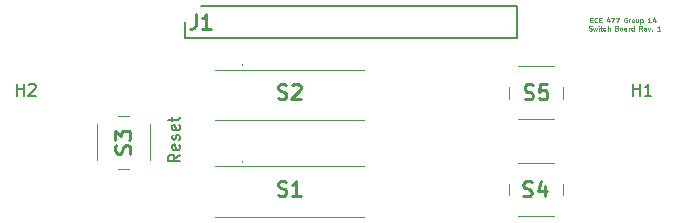
<source format=gbr>
G04 #@! TF.GenerationSoftware,KiCad,Pcbnew,(5.1.10)-1*
G04 #@! TF.CreationDate,2021-10-20T16:58:38-04:00*
G04 #@! TF.ProjectId,buttons,62757474-6f6e-4732-9e6b-696361645f70,rev?*
G04 #@! TF.SameCoordinates,Original*
G04 #@! TF.FileFunction,Legend,Top*
G04 #@! TF.FilePolarity,Positive*
%FSLAX46Y46*%
G04 Gerber Fmt 4.6, Leading zero omitted, Abs format (unit mm)*
G04 Created by KiCad (PCBNEW (5.1.10)-1) date 2021-10-20 16:58:38*
%MOMM*%
%LPD*%
G01*
G04 APERTURE LIST*
%ADD10C,0.150000*%
%ADD11C,0.100000*%
%ADD12C,0.200000*%
%ADD13C,0.254000*%
G04 APERTURE END LIST*
D10*
X108084880Y-69945095D02*
X107608690Y-70278428D01*
X108084880Y-70516523D02*
X107084880Y-70516523D01*
X107084880Y-70135571D01*
X107132500Y-70040333D01*
X107180119Y-69992714D01*
X107275357Y-69945095D01*
X107418214Y-69945095D01*
X107513452Y-69992714D01*
X107561071Y-70040333D01*
X107608690Y-70135571D01*
X107608690Y-70516523D01*
X108037261Y-69135571D02*
X108084880Y-69230809D01*
X108084880Y-69421285D01*
X108037261Y-69516523D01*
X107942023Y-69564142D01*
X107561071Y-69564142D01*
X107465833Y-69516523D01*
X107418214Y-69421285D01*
X107418214Y-69230809D01*
X107465833Y-69135571D01*
X107561071Y-69087952D01*
X107656309Y-69087952D01*
X107751547Y-69564142D01*
X108037261Y-68707000D02*
X108084880Y-68611761D01*
X108084880Y-68421285D01*
X108037261Y-68326047D01*
X107942023Y-68278428D01*
X107894404Y-68278428D01*
X107799166Y-68326047D01*
X107751547Y-68421285D01*
X107751547Y-68564142D01*
X107703928Y-68659380D01*
X107608690Y-68707000D01*
X107561071Y-68707000D01*
X107465833Y-68659380D01*
X107418214Y-68564142D01*
X107418214Y-68421285D01*
X107465833Y-68326047D01*
X108037261Y-67468904D02*
X108084880Y-67564142D01*
X108084880Y-67754619D01*
X108037261Y-67849857D01*
X107942023Y-67897476D01*
X107561071Y-67897476D01*
X107465833Y-67849857D01*
X107418214Y-67754619D01*
X107418214Y-67564142D01*
X107465833Y-67468904D01*
X107561071Y-67421285D01*
X107656309Y-67421285D01*
X107751547Y-67897476D01*
X107418214Y-67135571D02*
X107418214Y-66754619D01*
X107084880Y-66992714D02*
X107942023Y-66992714D01*
X108037261Y-66945095D01*
X108084880Y-66849857D01*
X108084880Y-66754619D01*
D11*
X142837261Y-58549428D02*
X142970595Y-58549428D01*
X143027738Y-58758952D02*
X142837261Y-58758952D01*
X142837261Y-58358952D01*
X143027738Y-58358952D01*
X143427738Y-58720857D02*
X143408690Y-58739904D01*
X143351547Y-58758952D01*
X143313452Y-58758952D01*
X143256309Y-58739904D01*
X143218214Y-58701809D01*
X143199166Y-58663714D01*
X143180119Y-58587523D01*
X143180119Y-58530380D01*
X143199166Y-58454190D01*
X143218214Y-58416095D01*
X143256309Y-58378000D01*
X143313452Y-58358952D01*
X143351547Y-58358952D01*
X143408690Y-58378000D01*
X143427738Y-58397047D01*
X143599166Y-58549428D02*
X143732500Y-58549428D01*
X143789642Y-58758952D02*
X143599166Y-58758952D01*
X143599166Y-58358952D01*
X143789642Y-58358952D01*
X144437261Y-58492285D02*
X144437261Y-58758952D01*
X144342023Y-58339904D02*
X144246785Y-58625619D01*
X144494404Y-58625619D01*
X144608690Y-58358952D02*
X144875357Y-58358952D01*
X144703928Y-58758952D01*
X144989642Y-58358952D02*
X145256309Y-58358952D01*
X145084880Y-58758952D01*
X145922976Y-58378000D02*
X145884880Y-58358952D01*
X145827738Y-58358952D01*
X145770595Y-58378000D01*
X145732500Y-58416095D01*
X145713452Y-58454190D01*
X145694404Y-58530380D01*
X145694404Y-58587523D01*
X145713452Y-58663714D01*
X145732500Y-58701809D01*
X145770595Y-58739904D01*
X145827738Y-58758952D01*
X145865833Y-58758952D01*
X145922976Y-58739904D01*
X145942023Y-58720857D01*
X145942023Y-58587523D01*
X145865833Y-58587523D01*
X146113452Y-58758952D02*
X146113452Y-58492285D01*
X146113452Y-58568476D02*
X146132500Y-58530380D01*
X146151547Y-58511333D01*
X146189642Y-58492285D01*
X146227738Y-58492285D01*
X146418214Y-58758952D02*
X146380119Y-58739904D01*
X146361071Y-58720857D01*
X146342023Y-58682761D01*
X146342023Y-58568476D01*
X146361071Y-58530380D01*
X146380119Y-58511333D01*
X146418214Y-58492285D01*
X146475357Y-58492285D01*
X146513452Y-58511333D01*
X146532500Y-58530380D01*
X146551547Y-58568476D01*
X146551547Y-58682761D01*
X146532500Y-58720857D01*
X146513452Y-58739904D01*
X146475357Y-58758952D01*
X146418214Y-58758952D01*
X146894404Y-58492285D02*
X146894404Y-58758952D01*
X146722976Y-58492285D02*
X146722976Y-58701809D01*
X146742023Y-58739904D01*
X146780119Y-58758952D01*
X146837261Y-58758952D01*
X146875357Y-58739904D01*
X146894404Y-58720857D01*
X147084880Y-58492285D02*
X147084880Y-58892285D01*
X147084880Y-58511333D02*
X147122976Y-58492285D01*
X147199166Y-58492285D01*
X147237261Y-58511333D01*
X147256309Y-58530380D01*
X147275357Y-58568476D01*
X147275357Y-58682761D01*
X147256309Y-58720857D01*
X147237261Y-58739904D01*
X147199166Y-58758952D01*
X147122976Y-58758952D01*
X147084880Y-58739904D01*
X147961071Y-58758952D02*
X147732500Y-58758952D01*
X147846785Y-58758952D02*
X147846785Y-58358952D01*
X147808690Y-58416095D01*
X147770595Y-58454190D01*
X147732500Y-58473238D01*
X148303928Y-58492285D02*
X148303928Y-58758952D01*
X148208690Y-58339904D02*
X148113452Y-58625619D01*
X148361071Y-58625619D01*
X142713452Y-59439904D02*
X142770595Y-59458952D01*
X142865833Y-59458952D01*
X142903928Y-59439904D01*
X142922976Y-59420857D01*
X142942023Y-59382761D01*
X142942023Y-59344666D01*
X142922976Y-59306571D01*
X142903928Y-59287523D01*
X142865833Y-59268476D01*
X142789642Y-59249428D01*
X142751547Y-59230380D01*
X142732500Y-59211333D01*
X142713452Y-59173238D01*
X142713452Y-59135142D01*
X142732500Y-59097047D01*
X142751547Y-59078000D01*
X142789642Y-59058952D01*
X142884880Y-59058952D01*
X142942023Y-59078000D01*
X143075357Y-59192285D02*
X143151547Y-59458952D01*
X143227738Y-59268476D01*
X143303928Y-59458952D01*
X143380119Y-59192285D01*
X143532500Y-59458952D02*
X143532500Y-59192285D01*
X143532500Y-59058952D02*
X143513452Y-59078000D01*
X143532500Y-59097047D01*
X143551547Y-59078000D01*
X143532500Y-59058952D01*
X143532500Y-59097047D01*
X143665833Y-59192285D02*
X143818214Y-59192285D01*
X143722976Y-59058952D02*
X143722976Y-59401809D01*
X143742023Y-59439904D01*
X143780119Y-59458952D01*
X143818214Y-59458952D01*
X144122976Y-59439904D02*
X144084880Y-59458952D01*
X144008690Y-59458952D01*
X143970595Y-59439904D01*
X143951547Y-59420857D01*
X143932500Y-59382761D01*
X143932500Y-59268476D01*
X143951547Y-59230380D01*
X143970595Y-59211333D01*
X144008690Y-59192285D01*
X144084880Y-59192285D01*
X144122976Y-59211333D01*
X144294404Y-59458952D02*
X144294404Y-59058952D01*
X144465833Y-59458952D02*
X144465833Y-59249428D01*
X144446785Y-59211333D01*
X144408690Y-59192285D01*
X144351547Y-59192285D01*
X144313452Y-59211333D01*
X144294404Y-59230380D01*
X145094404Y-59249428D02*
X145151547Y-59268476D01*
X145170595Y-59287523D01*
X145189642Y-59325619D01*
X145189642Y-59382761D01*
X145170595Y-59420857D01*
X145151547Y-59439904D01*
X145113452Y-59458952D01*
X144961071Y-59458952D01*
X144961071Y-59058952D01*
X145094404Y-59058952D01*
X145132500Y-59078000D01*
X145151547Y-59097047D01*
X145170595Y-59135142D01*
X145170595Y-59173238D01*
X145151547Y-59211333D01*
X145132500Y-59230380D01*
X145094404Y-59249428D01*
X144961071Y-59249428D01*
X145418214Y-59458952D02*
X145380119Y-59439904D01*
X145361071Y-59420857D01*
X145342023Y-59382761D01*
X145342023Y-59268476D01*
X145361071Y-59230380D01*
X145380119Y-59211333D01*
X145418214Y-59192285D01*
X145475357Y-59192285D01*
X145513452Y-59211333D01*
X145532500Y-59230380D01*
X145551547Y-59268476D01*
X145551547Y-59382761D01*
X145532500Y-59420857D01*
X145513452Y-59439904D01*
X145475357Y-59458952D01*
X145418214Y-59458952D01*
X145894404Y-59458952D02*
X145894404Y-59249428D01*
X145875357Y-59211333D01*
X145837261Y-59192285D01*
X145761071Y-59192285D01*
X145722976Y-59211333D01*
X145894404Y-59439904D02*
X145856309Y-59458952D01*
X145761071Y-59458952D01*
X145722976Y-59439904D01*
X145703928Y-59401809D01*
X145703928Y-59363714D01*
X145722976Y-59325619D01*
X145761071Y-59306571D01*
X145856309Y-59306571D01*
X145894404Y-59287523D01*
X146084880Y-59458952D02*
X146084880Y-59192285D01*
X146084880Y-59268476D02*
X146103928Y-59230380D01*
X146122976Y-59211333D01*
X146161071Y-59192285D01*
X146199166Y-59192285D01*
X146503928Y-59458952D02*
X146503928Y-59058952D01*
X146503928Y-59439904D02*
X146465833Y-59458952D01*
X146389642Y-59458952D01*
X146351547Y-59439904D01*
X146332500Y-59420857D01*
X146313452Y-59382761D01*
X146313452Y-59268476D01*
X146332500Y-59230380D01*
X146351547Y-59211333D01*
X146389642Y-59192285D01*
X146465833Y-59192285D01*
X146503928Y-59211333D01*
X147227738Y-59458952D02*
X147094404Y-59268476D01*
X146999166Y-59458952D02*
X146999166Y-59058952D01*
X147151547Y-59058952D01*
X147189642Y-59078000D01*
X147208690Y-59097047D01*
X147227738Y-59135142D01*
X147227738Y-59192285D01*
X147208690Y-59230380D01*
X147189642Y-59249428D01*
X147151547Y-59268476D01*
X146999166Y-59268476D01*
X147551547Y-59439904D02*
X147513452Y-59458952D01*
X147437261Y-59458952D01*
X147399166Y-59439904D01*
X147380119Y-59401809D01*
X147380119Y-59249428D01*
X147399166Y-59211333D01*
X147437261Y-59192285D01*
X147513452Y-59192285D01*
X147551547Y-59211333D01*
X147570595Y-59249428D01*
X147570595Y-59287523D01*
X147380119Y-59325619D01*
X147703928Y-59192285D02*
X147799166Y-59458952D01*
X147894404Y-59192285D01*
X148046785Y-59420857D02*
X148065833Y-59439904D01*
X148046785Y-59458952D01*
X148027738Y-59439904D01*
X148046785Y-59420857D01*
X148046785Y-59458952D01*
X148751547Y-59458952D02*
X148522976Y-59458952D01*
X148637261Y-59458952D02*
X148637261Y-59058952D01*
X148599166Y-59116095D01*
X148561071Y-59154190D01*
X148522976Y-59173238D01*
X136739500Y-62456500D02*
X139739500Y-62456500D01*
X135989500Y-64206500D02*
X135989500Y-65206500D01*
X136739500Y-66956500D02*
X139739500Y-66956500D01*
X140489500Y-64206500D02*
X140489500Y-65206500D01*
X136739500Y-70648000D02*
X139739500Y-70648000D01*
X135989500Y-72398000D02*
X135989500Y-73398000D01*
X136739500Y-75148000D02*
X139739500Y-75148000D01*
X140489500Y-72398000D02*
X140489500Y-73398000D01*
X101064500Y-70397500D02*
X101064500Y-67397500D01*
X102814500Y-71147500D02*
X103814500Y-71147500D01*
X105564500Y-70397500D02*
X105564500Y-67397500D01*
X102814500Y-66647500D02*
X103814500Y-66647500D01*
X111048000Y-67047000D02*
X123648000Y-67047000D01*
X111048000Y-62747000D02*
X123648000Y-62747000D01*
X113348000Y-62397000D02*
X113348000Y-62397000D01*
X113348000Y-62297000D02*
X113348000Y-62297000D01*
X113348000Y-62397000D02*
G75*
G03*
X113348000Y-62297000I0J50000D01*
G01*
X113348000Y-62297000D02*
G75*
G03*
X113348000Y-62397000I0J-50000D01*
G01*
X111048000Y-75238500D02*
X123648000Y-75238500D01*
X111048000Y-70938500D02*
X123648000Y-70938500D01*
X113348000Y-70588500D02*
X113348000Y-70588500D01*
X113348000Y-70488500D02*
X113348000Y-70488500D01*
X113348000Y-70588500D02*
G75*
G03*
X113348000Y-70488500I0J50000D01*
G01*
X113348000Y-70488500D02*
G75*
G03*
X113348000Y-70588500I0J-50000D01*
G01*
D12*
X108510000Y-58737500D02*
X108510000Y-60087500D01*
X108510000Y-60087500D02*
X136600000Y-60087500D01*
X136600000Y-60087500D02*
X136600000Y-57387500D01*
X136600000Y-57387500D02*
X109855000Y-57387500D01*
D13*
X137271880Y-65220547D02*
X137453309Y-65281023D01*
X137755690Y-65281023D01*
X137876642Y-65220547D01*
X137937119Y-65160071D01*
X137997595Y-65039119D01*
X137997595Y-64918166D01*
X137937119Y-64797214D01*
X137876642Y-64736738D01*
X137755690Y-64676261D01*
X137513785Y-64615785D01*
X137392833Y-64555309D01*
X137332357Y-64494833D01*
X137271880Y-64373880D01*
X137271880Y-64252928D01*
X137332357Y-64131976D01*
X137392833Y-64071500D01*
X137513785Y-64011023D01*
X137816166Y-64011023D01*
X137997595Y-64071500D01*
X139146642Y-64011023D02*
X138541880Y-64011023D01*
X138481404Y-64615785D01*
X138541880Y-64555309D01*
X138662833Y-64494833D01*
X138965214Y-64494833D01*
X139086166Y-64555309D01*
X139146642Y-64615785D01*
X139207119Y-64736738D01*
X139207119Y-65039119D01*
X139146642Y-65160071D01*
X139086166Y-65220547D01*
X138965214Y-65281023D01*
X138662833Y-65281023D01*
X138541880Y-65220547D01*
X138481404Y-65160071D01*
X137161380Y-73412047D02*
X137342809Y-73472523D01*
X137645190Y-73472523D01*
X137766142Y-73412047D01*
X137826619Y-73351571D01*
X137887095Y-73230619D01*
X137887095Y-73109666D01*
X137826619Y-72988714D01*
X137766142Y-72928238D01*
X137645190Y-72867761D01*
X137403285Y-72807285D01*
X137282333Y-72746809D01*
X137221857Y-72686333D01*
X137161380Y-72565380D01*
X137161380Y-72444428D01*
X137221857Y-72323476D01*
X137282333Y-72263000D01*
X137403285Y-72202523D01*
X137705666Y-72202523D01*
X137887095Y-72263000D01*
X138975666Y-72625857D02*
X138975666Y-73472523D01*
X138673285Y-72142047D02*
X138370904Y-73049190D01*
X139157095Y-73049190D01*
X103828547Y-69865119D02*
X103889023Y-69683690D01*
X103889023Y-69381309D01*
X103828547Y-69260357D01*
X103768071Y-69199880D01*
X103647119Y-69139404D01*
X103526166Y-69139404D01*
X103405214Y-69199880D01*
X103344738Y-69260357D01*
X103284261Y-69381309D01*
X103223785Y-69623214D01*
X103163309Y-69744166D01*
X103102833Y-69804642D01*
X102981880Y-69865119D01*
X102860928Y-69865119D01*
X102739976Y-69804642D01*
X102679500Y-69744166D01*
X102619023Y-69623214D01*
X102619023Y-69320833D01*
X102679500Y-69139404D01*
X102619023Y-68716071D02*
X102619023Y-67929880D01*
X103102833Y-68353214D01*
X103102833Y-68171785D01*
X103163309Y-68050833D01*
X103223785Y-67990357D01*
X103344738Y-67929880D01*
X103647119Y-67929880D01*
X103768071Y-67990357D01*
X103828547Y-68050833D01*
X103889023Y-68171785D01*
X103889023Y-68534642D01*
X103828547Y-68655595D01*
X103768071Y-68716071D01*
X116380380Y-65186047D02*
X116561809Y-65246523D01*
X116864190Y-65246523D01*
X116985142Y-65186047D01*
X117045619Y-65125571D01*
X117106095Y-65004619D01*
X117106095Y-64883666D01*
X117045619Y-64762714D01*
X116985142Y-64702238D01*
X116864190Y-64641761D01*
X116622285Y-64581285D01*
X116501333Y-64520809D01*
X116440857Y-64460333D01*
X116380380Y-64339380D01*
X116380380Y-64218428D01*
X116440857Y-64097476D01*
X116501333Y-64037000D01*
X116622285Y-63976523D01*
X116924666Y-63976523D01*
X117106095Y-64037000D01*
X117589904Y-64097476D02*
X117650380Y-64037000D01*
X117771333Y-63976523D01*
X118073714Y-63976523D01*
X118194666Y-64037000D01*
X118255142Y-64097476D01*
X118315619Y-64218428D01*
X118315619Y-64339380D01*
X118255142Y-64520809D01*
X117529428Y-65246523D01*
X118315619Y-65246523D01*
X116380380Y-73377547D02*
X116561809Y-73438023D01*
X116864190Y-73438023D01*
X116985142Y-73377547D01*
X117045619Y-73317071D01*
X117106095Y-73196119D01*
X117106095Y-73075166D01*
X117045619Y-72954214D01*
X116985142Y-72893738D01*
X116864190Y-72833261D01*
X116622285Y-72772785D01*
X116501333Y-72712309D01*
X116440857Y-72651833D01*
X116380380Y-72530880D01*
X116380380Y-72409928D01*
X116440857Y-72288976D01*
X116501333Y-72228500D01*
X116622285Y-72168023D01*
X116924666Y-72168023D01*
X117106095Y-72228500D01*
X118315619Y-73438023D02*
X117589904Y-73438023D01*
X117952761Y-73438023D02*
X117952761Y-72168023D01*
X117831809Y-72349452D01*
X117710857Y-72470404D01*
X117589904Y-72530880D01*
X109431666Y-58042023D02*
X109431666Y-58949166D01*
X109371190Y-59130595D01*
X109250238Y-59251547D01*
X109068809Y-59312023D01*
X108947857Y-59312023D01*
X110701666Y-59312023D02*
X109975952Y-59312023D01*
X110338809Y-59312023D02*
X110338809Y-58042023D01*
X110217857Y-58223452D01*
X110096904Y-58344404D01*
X109975952Y-58404880D01*
D10*
X94297595Y-64959380D02*
X94297595Y-63959380D01*
X94297595Y-64435571D02*
X94869023Y-64435571D01*
X94869023Y-64959380D02*
X94869023Y-63959380D01*
X95297595Y-64054619D02*
X95345214Y-64007000D01*
X95440452Y-63959380D01*
X95678547Y-63959380D01*
X95773785Y-64007000D01*
X95821404Y-64054619D01*
X95869023Y-64149857D01*
X95869023Y-64245095D01*
X95821404Y-64387952D01*
X95249976Y-64959380D01*
X95869023Y-64959380D01*
X146431095Y-64959380D02*
X146431095Y-63959380D01*
X146431095Y-64435571D02*
X147002523Y-64435571D01*
X147002523Y-64959380D02*
X147002523Y-63959380D01*
X148002523Y-64959380D02*
X147431095Y-64959380D01*
X147716809Y-64959380D02*
X147716809Y-63959380D01*
X147621571Y-64102238D01*
X147526333Y-64197476D01*
X147431095Y-64245095D01*
M02*

</source>
